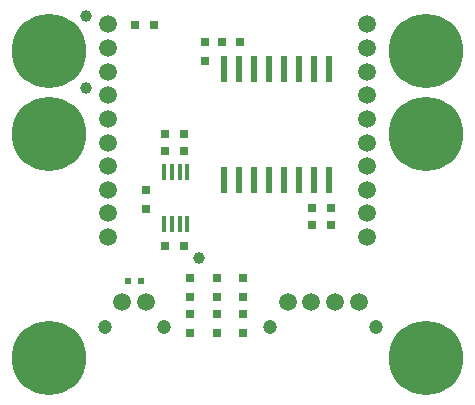
<source format=gts>
G04 #@! TF.FileFunction,Soldermask,Top*
%FSLAX46Y46*%
G04 Gerber Fmt 4.6, Leading zero omitted, Abs format (unit mm)*
G04 Created by KiCad (PCBNEW 0.201505031001+5637~23~ubuntu14.04.1-product) date Sun 28 Jun 2015 22:34:24 BST*
%MOMM*%
G01*
G04 APERTURE LIST*
%ADD10C,0.100000*%
%ADD11R,0.800000X0.800000*%
%ADD12R,0.600000X0.500000*%
%ADD13R,0.600000X2.200000*%
%ADD14R,0.400000X1.400000*%
%ADD15C,1.500000*%
%ADD16C,1.200000*%
%ADD17C,6.300000*%
%ADD18C,0.600000*%
%ADD19C,1.000000*%
G04 APERTURE END LIST*
D10*
D11*
X167250000Y-95250000D03*
X167250000Y-96850000D03*
X161300000Y-93800000D03*
X162900000Y-93800000D03*
X170250000Y-95250000D03*
X168650000Y-95250000D03*
X165500000Y-112500000D03*
X163900000Y-112500000D03*
X177900000Y-109300000D03*
X176300000Y-109300000D03*
X162250000Y-107750000D03*
X162250000Y-109350000D03*
X177900000Y-110700000D03*
X176300000Y-110700000D03*
X165500000Y-104500000D03*
X163900000Y-104500000D03*
X165500000Y-103000000D03*
X163900000Y-103000000D03*
D12*
X160750000Y-115500000D03*
X161850000Y-115500000D03*
D13*
X177750000Y-97500000D03*
X176480000Y-97500000D03*
X175210000Y-97500000D03*
X173940000Y-97500000D03*
X173940000Y-106900000D03*
X175210000Y-106900000D03*
X176480000Y-106900000D03*
X177750000Y-106900000D03*
X172670000Y-97500000D03*
X171400000Y-97500000D03*
X170130000Y-97500000D03*
X168860000Y-97500000D03*
X172670000Y-106900000D03*
X171400000Y-106900000D03*
X170130000Y-106900000D03*
X168860000Y-106900000D03*
D14*
X165750000Y-106250000D03*
X165100000Y-106250000D03*
X164450000Y-106250000D03*
X163800000Y-106250000D03*
X163800000Y-110650000D03*
X164450000Y-110650000D03*
X165100000Y-110650000D03*
X165750000Y-110650000D03*
D15*
X162250000Y-117250000D03*
X160250000Y-117250000D03*
D16*
X163750000Y-119350000D03*
X158750000Y-119350000D03*
D15*
X180250000Y-117250000D03*
X178250000Y-117250000D03*
X176250000Y-117250000D03*
X174250000Y-117250000D03*
D16*
X181750000Y-119350000D03*
X172750000Y-119350000D03*
D11*
X168250000Y-115250000D03*
X168250000Y-116850000D03*
X170500000Y-115250000D03*
X170500000Y-116850000D03*
X166000000Y-115250000D03*
X166000000Y-116850000D03*
D15*
X159000000Y-93750000D03*
X159000000Y-95750000D03*
X159000000Y-97750000D03*
X159000000Y-99750000D03*
X159000000Y-101750000D03*
X159000000Y-103750000D03*
X159000000Y-105750000D03*
X159000000Y-107750000D03*
X159000000Y-109750000D03*
X159000000Y-111750000D03*
X181000000Y-111750000D03*
X181000000Y-109750000D03*
X181000000Y-107750000D03*
X181000000Y-105750000D03*
X181000000Y-103750000D03*
X181000000Y-101750000D03*
X181000000Y-99750000D03*
X181000000Y-97750000D03*
X181000000Y-95750000D03*
X181000000Y-93750000D03*
D11*
X166000000Y-118250000D03*
X166000000Y-119900000D03*
X170500000Y-118250000D03*
X170500000Y-119900000D03*
X168250000Y-118250000D03*
X168250000Y-119900000D03*
D17*
X186000000Y-96000000D03*
D18*
X186000000Y-93500000D03*
X188500000Y-96000000D03*
X186000000Y-98500000D03*
X183500000Y-96000000D03*
X184200000Y-94200000D03*
X187800000Y-94200000D03*
X184200000Y-97800000D03*
X187800000Y-97800000D03*
D17*
X186000000Y-122000000D03*
D18*
X186000000Y-119500000D03*
X188500000Y-122000000D03*
X186000000Y-124500000D03*
X183500000Y-122000000D03*
X184200000Y-120200000D03*
X187800000Y-120200000D03*
X184200000Y-123800000D03*
X187800000Y-123800000D03*
D17*
X154000000Y-96000000D03*
D18*
X154000000Y-93500000D03*
X156500000Y-96000000D03*
X154000000Y-98500000D03*
X151500000Y-96000000D03*
X152200000Y-94200000D03*
X155800000Y-94200000D03*
X152200000Y-97800000D03*
X155800000Y-97800000D03*
D17*
X154000000Y-122000000D03*
D18*
X154000000Y-119500000D03*
X156500000Y-122000000D03*
X154000000Y-124500000D03*
X151500000Y-122000000D03*
X152200000Y-120200000D03*
X155800000Y-120200000D03*
X152200000Y-123800000D03*
X155800000Y-123800000D03*
D17*
X186000000Y-103000000D03*
D18*
X186000000Y-100500000D03*
X188500000Y-103000000D03*
X186000000Y-105500000D03*
X183500000Y-103000000D03*
X184200000Y-101200000D03*
X187800000Y-101200000D03*
X184200000Y-104800000D03*
X187800000Y-104800000D03*
D17*
X154000000Y-103000000D03*
D18*
X154000000Y-100500000D03*
X156500000Y-103000000D03*
X154000000Y-105500000D03*
X151500000Y-103000000D03*
X152200000Y-101200000D03*
X155800000Y-101200000D03*
X152200000Y-104800000D03*
X155800000Y-104800000D03*
D19*
X157200000Y-93000000D03*
X157200000Y-99100000D03*
X166750000Y-113500000D03*
M02*

</source>
